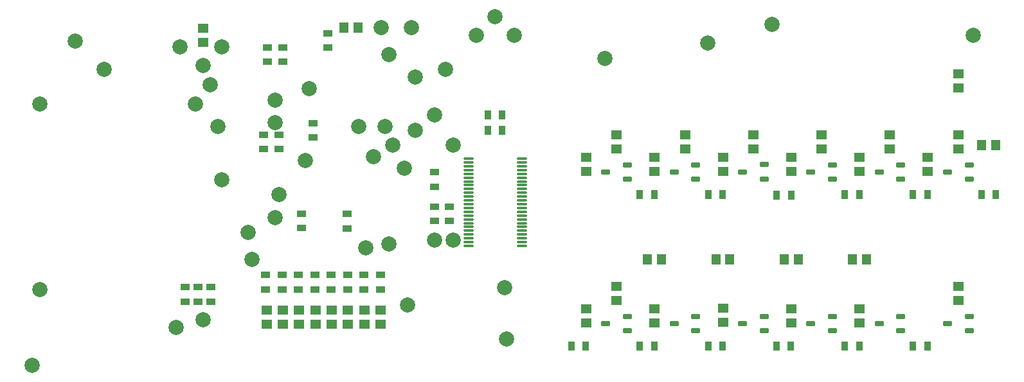
<source format=gbp>
G04*
G04 #@! TF.GenerationSoftware,Altium Limited,Altium Designer,22.11.1 (43)*
G04*
G04 Layer_Color=128*
%FSLAX44Y44*%
%MOMM*%
G71*
G04*
G04 #@! TF.SameCoordinates,DD534F31-E0F6-4E29-A9B1-9AC83580A68C*
G04*
G04*
G04 #@! TF.FilePolarity,Positive*
G04*
G01*
G75*
%ADD17R,1.3500X1.1500*%
%ADD18C,2.0000*%
%ADD21R,1.1500X1.3500*%
%ADD25R,0.9000X1.3000*%
%ADD26R,1.3000X0.9000*%
G04:AMPARAMS|DCode=70|XSize=0.65mm|YSize=1.25mm|CornerRadius=0.1625mm|HoleSize=0mm|Usage=FLASHONLY|Rotation=90.000|XOffset=0mm|YOffset=0mm|HoleType=Round|Shape=RoundedRectangle|*
%AMROUNDEDRECTD70*
21,1,0.6500,0.9250,0,0,90.0*
21,1,0.3250,1.2500,0,0,90.0*
1,1,0.3250,0.4625,0.1625*
1,1,0.3250,0.4625,-0.1625*
1,1,0.3250,-0.4625,-0.1625*
1,1,0.3250,-0.4625,0.1625*
%
%ADD70ROUNDEDRECTD70*%
G04:AMPARAMS|DCode=71|XSize=0.3mm|YSize=1.37mm|CornerRadius=0.075mm|HoleSize=0mm|Usage=FLASHONLY|Rotation=90.000|XOffset=0mm|YOffset=0mm|HoleType=Round|Shape=RoundedRectangle|*
%AMROUNDEDRECTD71*
21,1,0.3000,1.2200,0,0,90.0*
21,1,0.1500,1.3700,0,0,90.0*
1,1,0.1500,0.6100,0.0750*
1,1,0.1500,0.6100,-0.0750*
1,1,0.1500,-0.6100,-0.0750*
1,1,0.1500,-0.6100,0.0750*
%
%ADD71ROUNDEDRECTD71*%
D17*
X509010Y79570D02*
D03*
Y98070D02*
D03*
X487601Y79570D02*
D03*
Y98070D02*
D03*
X466193Y79570D02*
D03*
Y98070D02*
D03*
X444784Y79570D02*
D03*
Y98070D02*
D03*
X423376Y79570D02*
D03*
Y98070D02*
D03*
X401967Y79570D02*
D03*
Y98070D02*
D03*
X380559Y79570D02*
D03*
Y98070D02*
D03*
X359150D02*
D03*
Y79570D02*
D03*
X275000Y450750D02*
D03*
Y469250D02*
D03*
X780000Y299250D02*
D03*
Y280750D02*
D03*
X1140000Y99250D02*
D03*
Y80750D02*
D03*
X1230000Y280750D02*
D03*
X1140000D02*
D03*
X1050000D02*
D03*
X960000D02*
D03*
X870000D02*
D03*
X1050000Y80750D02*
D03*
X960000Y81500D02*
D03*
X870000Y80750D02*
D03*
X780000D02*
D03*
Y99250D02*
D03*
X820000Y110750D02*
D03*
Y129250D02*
D03*
X870000Y99250D02*
D03*
X1270000Y129250D02*
D03*
Y110750D02*
D03*
X1050000Y99250D02*
D03*
X960000Y100000D02*
D03*
X1270000Y329250D02*
D03*
Y310750D02*
D03*
X1230000Y299250D02*
D03*
X1180000Y329250D02*
D03*
Y310750D02*
D03*
X1140000Y299250D02*
D03*
X1090000Y329250D02*
D03*
Y310750D02*
D03*
X1050000Y299250D02*
D03*
X1000000Y329250D02*
D03*
Y310750D02*
D03*
X960000Y299250D02*
D03*
X910000Y329250D02*
D03*
Y310750D02*
D03*
X870000Y299250D02*
D03*
X820000Y310750D02*
D03*
Y329250D02*
D03*
X1270000Y390750D02*
D03*
Y409250D02*
D03*
D18*
X635000Y460000D02*
D03*
X685000D02*
D03*
X660000Y485000D02*
D03*
X1025000Y475000D02*
D03*
X480000Y340000D02*
D03*
X515000D02*
D03*
X300000Y445000D02*
D03*
X415000Y390000D02*
D03*
X370000Y375000D02*
D03*
Y345000D02*
D03*
X285000Y395000D02*
D03*
X275000Y85000D02*
D03*
X525000Y315000D02*
D03*
X605000D02*
D03*
X520000Y185000D02*
D03*
X675000Y60000D02*
D03*
X340000Y165000D02*
D03*
X107210Y452790D02*
D03*
X60000Y370000D02*
D03*
X240000Y75000D02*
D03*
X370000Y220000D02*
D03*
X145000Y415000D02*
D03*
X60000Y125000D02*
D03*
X245000Y445000D02*
D03*
X555000Y335000D02*
D03*
X265000Y370000D02*
D03*
X500000Y300000D02*
D03*
X555000Y405000D02*
D03*
X275000Y420000D02*
D03*
X940000Y450000D02*
D03*
X510000Y470000D02*
D03*
X595000Y415000D02*
D03*
X550000Y470000D02*
D03*
X335000Y200000D02*
D03*
X520000Y435000D02*
D03*
X375000Y250000D02*
D03*
X410000Y295000D02*
D03*
X545000Y105000D02*
D03*
X300000Y270000D02*
D03*
X540000Y285000D02*
D03*
X50000Y25000D02*
D03*
X490000Y180000D02*
D03*
X805000Y430000D02*
D03*
X295000Y340000D02*
D03*
X580000Y190000D02*
D03*
X605000D02*
D03*
X672500Y127371D02*
D03*
X1290000Y460000D02*
D03*
X580000Y355000D02*
D03*
D21*
X460750Y470000D02*
D03*
X479250D02*
D03*
X1040750Y165000D02*
D03*
X1059250D02*
D03*
X1130750D02*
D03*
X1149250D02*
D03*
X860750D02*
D03*
X879250D02*
D03*
X1319250Y315000D02*
D03*
X1300750D02*
D03*
X969250Y165000D02*
D03*
X950750D02*
D03*
D25*
X869500Y250000D02*
D03*
X850500D02*
D03*
X1210500Y50000D02*
D03*
X1229500D02*
D03*
X779500D02*
D03*
X760500D02*
D03*
X850500D02*
D03*
X869500D02*
D03*
X940500D02*
D03*
X959500D02*
D03*
X1030500D02*
D03*
X1049500D02*
D03*
X1120500D02*
D03*
X1139500D02*
D03*
X1300500Y250000D02*
D03*
X1319500D02*
D03*
X940500D02*
D03*
X959500D02*
D03*
X1030952Y249640D02*
D03*
X1049952D02*
D03*
X1120500Y250000D02*
D03*
X1139500D02*
D03*
X1210500D02*
D03*
X1229500D02*
D03*
X669500Y335000D02*
D03*
X650500D02*
D03*
X669500Y355000D02*
D03*
X650500D02*
D03*
D26*
X379470Y144040D02*
D03*
Y125040D02*
D03*
X465000Y205500D02*
D03*
Y224500D02*
D03*
X405000Y225000D02*
D03*
Y206000D02*
D03*
X509010Y125040D02*
D03*
Y144040D02*
D03*
X487420Y125040D02*
D03*
Y144040D02*
D03*
X465830Y125040D02*
D03*
Y144040D02*
D03*
X444240Y125040D02*
D03*
Y144040D02*
D03*
X422650Y125040D02*
D03*
Y144040D02*
D03*
X401060Y125040D02*
D03*
Y144040D02*
D03*
X357880D02*
D03*
Y125040D02*
D03*
X440000Y444000D02*
D03*
Y463000D02*
D03*
X251500Y109000D02*
D03*
Y128000D02*
D03*
X268708Y109000D02*
D03*
Y128000D02*
D03*
X285916Y109000D02*
D03*
Y128000D02*
D03*
X420000Y325500D02*
D03*
Y344500D02*
D03*
X375000Y329000D02*
D03*
Y310000D02*
D03*
X355000D02*
D03*
Y329000D02*
D03*
X380000Y444500D02*
D03*
Y425500D02*
D03*
X360000Y425500D02*
D03*
Y444500D02*
D03*
X580000Y279500D02*
D03*
Y260500D02*
D03*
X600000Y215500D02*
D03*
Y234500D02*
D03*
X580000Y215500D02*
D03*
Y234500D02*
D03*
D70*
X924250Y89500D02*
D03*
Y70500D02*
D03*
X895750Y80000D02*
D03*
X1255750Y280000D02*
D03*
X1165750D02*
D03*
X1075750D02*
D03*
X986157Y280093D02*
D03*
X895750Y280000D02*
D03*
X805750D02*
D03*
X1255750Y80000D02*
D03*
X1165750D02*
D03*
X1075750D02*
D03*
X985750Y80000D02*
D03*
X1194250Y270500D02*
D03*
X1104250D02*
D03*
X1014657Y270593D02*
D03*
X924250Y270500D02*
D03*
X834250D02*
D03*
X1284250Y70500D02*
D03*
X1194250D02*
D03*
X1104250D02*
D03*
X1014250Y70500D02*
D03*
X834250D02*
D03*
X1284250Y270500D02*
D03*
Y289500D02*
D03*
X1194250D02*
D03*
X1104250D02*
D03*
X1014657Y289593D02*
D03*
X924250Y289500D02*
D03*
X834250D02*
D03*
X1284250Y89500D02*
D03*
X1194250D02*
D03*
X1104250D02*
D03*
X1014250Y89500D02*
D03*
X805750Y80000D02*
D03*
X834250Y89500D02*
D03*
D71*
X625000Y262500D02*
D03*
Y267500D02*
D03*
Y257500D02*
D03*
Y277500D02*
D03*
Y272500D02*
D03*
Y242500D02*
D03*
Y237500D02*
D03*
Y252500D02*
D03*
Y247500D02*
D03*
Y297500D02*
D03*
Y292500D02*
D03*
Y287500D02*
D03*
Y282500D02*
D03*
Y202500D02*
D03*
Y207500D02*
D03*
Y187500D02*
D03*
Y182500D02*
D03*
Y197500D02*
D03*
Y192500D02*
D03*
Y232500D02*
D03*
Y217500D02*
D03*
Y212500D02*
D03*
Y227500D02*
D03*
Y222500D02*
D03*
X695000Y257500D02*
D03*
Y252500D02*
D03*
Y262500D02*
D03*
Y237500D02*
D03*
Y232500D02*
D03*
Y247500D02*
D03*
Y242500D02*
D03*
Y287500D02*
D03*
Y297500D02*
D03*
Y292500D02*
D03*
Y272500D02*
D03*
Y267500D02*
D03*
Y282500D02*
D03*
Y277500D02*
D03*
Y187500D02*
D03*
Y197500D02*
D03*
Y192500D02*
D03*
Y182500D02*
D03*
Y222500D02*
D03*
Y227500D02*
D03*
Y207500D02*
D03*
Y202500D02*
D03*
Y217500D02*
D03*
Y212500D02*
D03*
M02*

</source>
